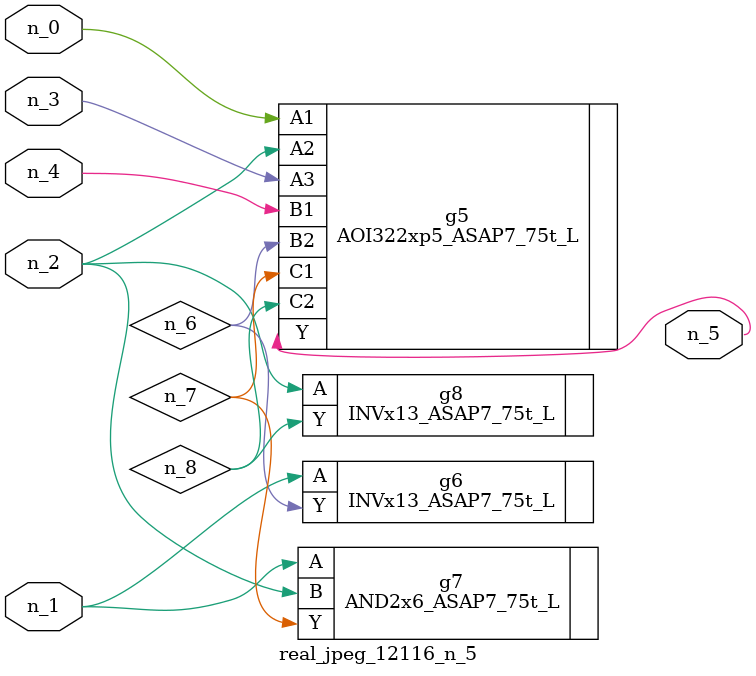
<source format=v>
module real_jpeg_12116_n_5 (n_4, n_0, n_1, n_2, n_3, n_5);

input n_4;
input n_0;
input n_1;
input n_2;
input n_3;

output n_5;

wire n_8;
wire n_6;
wire n_7;

AOI322xp5_ASAP7_75t_L g5 ( 
.A1(n_0),
.A2(n_2),
.A3(n_3),
.B1(n_4),
.B2(n_6),
.C1(n_7),
.C2(n_8),
.Y(n_5)
);

INVx13_ASAP7_75t_L g6 ( 
.A(n_1),
.Y(n_6)
);

AND2x6_ASAP7_75t_L g7 ( 
.A(n_1),
.B(n_2),
.Y(n_7)
);

INVx13_ASAP7_75t_L g8 ( 
.A(n_2),
.Y(n_8)
);


endmodule
</source>
